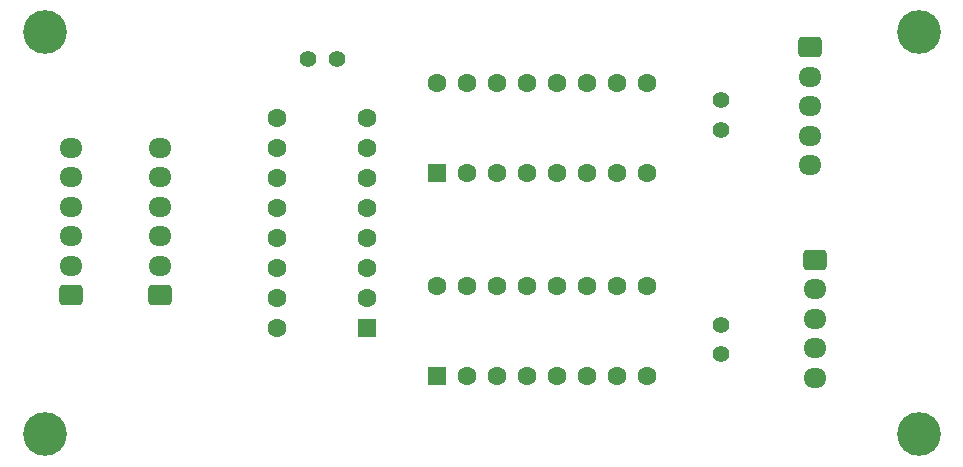
<source format=gbr>
%TF.GenerationSoftware,KiCad,Pcbnew,9.0.2*%
%TF.CreationDate,2025-06-11T22:07:18-07:00*%
%TF.ProjectId,driver,64726976-6572-42e6-9b69-6361645f7063,rev?*%
%TF.SameCoordinates,Original*%
%TF.FileFunction,Soldermask,Top*%
%TF.FilePolarity,Negative*%
%FSLAX46Y46*%
G04 Gerber Fmt 4.6, Leading zero omitted, Abs format (unit mm)*
G04 Created by KiCad (PCBNEW 9.0.2) date 2025-06-11 22:07:18*
%MOMM*%
%LPD*%
G01*
G04 APERTURE LIST*
G04 Aperture macros list*
%AMRoundRect*
0 Rectangle with rounded corners*
0 $1 Rounding radius*
0 $2 $3 $4 $5 $6 $7 $8 $9 X,Y pos of 4 corners*
0 Add a 4 corners polygon primitive as box body*
4,1,4,$2,$3,$4,$5,$6,$7,$8,$9,$2,$3,0*
0 Add four circle primitives for the rounded corners*
1,1,$1+$1,$2,$3*
1,1,$1+$1,$4,$5*
1,1,$1+$1,$6,$7*
1,1,$1+$1,$8,$9*
0 Add four rect primitives between the rounded corners*
20,1,$1+$1,$2,$3,$4,$5,0*
20,1,$1+$1,$4,$5,$6,$7,0*
20,1,$1+$1,$6,$7,$8,$9,0*
20,1,$1+$1,$8,$9,$2,$3,0*%
G04 Aperture macros list end*
%ADD10RoundRect,0.250000X0.550000X-0.550000X0.550000X0.550000X-0.550000X0.550000X-0.550000X-0.550000X0*%
%ADD11C,1.600000*%
%ADD12O,1.950000X1.700000*%
%ADD13RoundRect,0.250000X-0.725000X0.600000X-0.725000X-0.600000X0.725000X-0.600000X0.725000X0.600000X0*%
%ADD14C,3.700000*%
%ADD15RoundRect,0.250000X0.550000X0.550000X-0.550000X0.550000X-0.550000X-0.550000X0.550000X-0.550000X0*%
%ADD16RoundRect,0.250000X0.725000X-0.600000X0.725000X0.600000X-0.725000X0.600000X-0.725000X-0.600000X0*%
%ADD17C,1.400000*%
G04 APERTURE END LIST*
D10*
%TO.C,U2*%
X135920000Y-131810000D03*
D11*
X138460000Y-131810000D03*
X141000000Y-131810000D03*
X143540000Y-131810000D03*
X146080000Y-131810000D03*
X148620000Y-131810000D03*
X151160000Y-131810000D03*
X153700000Y-131810000D03*
X153700000Y-124190000D03*
X151160000Y-124190000D03*
X148620000Y-124190000D03*
X146080000Y-124190000D03*
X143540000Y-124190000D03*
X141000000Y-124190000D03*
X138460000Y-124190000D03*
X135920000Y-124190000D03*
%TD*%
D10*
%TO.C,U1*%
X135920000Y-114620000D03*
D11*
X138460000Y-114620000D03*
X141000000Y-114620000D03*
X143540000Y-114620000D03*
X146080000Y-114620000D03*
X148620000Y-114620000D03*
X151160000Y-114620000D03*
X153700000Y-114620000D03*
X153700000Y-107000000D03*
X151160000Y-107000000D03*
X148620000Y-107000000D03*
X146080000Y-107000000D03*
X143540000Y-107000000D03*
X141000000Y-107000000D03*
X138460000Y-107000000D03*
X135920000Y-107000000D03*
%TD*%
D12*
%TO.C,MOTOR1*%
X168000000Y-132000000D03*
X168000000Y-129500000D03*
X168000000Y-127000000D03*
X168000000Y-124500000D03*
D13*
X168000000Y-122000000D03*
%TD*%
D14*
%TO.C,H1*%
X102750000Y-102750000D03*
%TD*%
D15*
%TO.C,U3*%
X130000000Y-127740000D03*
D11*
X130000000Y-125200000D03*
X130000000Y-122660000D03*
X130000000Y-120120000D03*
X130000000Y-117580000D03*
X130000000Y-115040000D03*
X130000000Y-112500000D03*
X130000000Y-109960000D03*
X122380000Y-109960000D03*
X122380000Y-112500000D03*
X122380000Y-115040000D03*
X122380000Y-117580000D03*
X122380000Y-120120000D03*
X122380000Y-122660000D03*
X122380000Y-125200000D03*
X122380000Y-127740000D03*
%TD*%
D14*
%TO.C,H4*%
X176750000Y-136750000D03*
%TD*%
%TO.C,H3*%
X102750000Y-136750000D03*
%TD*%
D16*
%TO.C,OUT1*%
X105000000Y-125000000D03*
D12*
X105000000Y-122500000D03*
X105000000Y-120000000D03*
X105000000Y-117500000D03*
X105000000Y-115000000D03*
X105000000Y-112500000D03*
%TD*%
D17*
%TO.C,C2*%
X160000000Y-111000000D03*
X160000000Y-108500000D03*
%TD*%
D12*
%TO.C,IN1*%
X112500000Y-112500000D03*
X112500000Y-115000000D03*
X112500000Y-117500000D03*
X112500000Y-120000000D03*
X112500000Y-122500000D03*
D16*
X112500000Y-125000000D03*
%TD*%
D17*
%TO.C,C3*%
X160000000Y-130000000D03*
X160000000Y-127500000D03*
%TD*%
D12*
%TO.C,MOTOR2*%
X167500000Y-114000000D03*
X167500000Y-111500000D03*
X167500000Y-109000000D03*
X167500000Y-106500000D03*
D13*
X167500000Y-104000000D03*
%TD*%
D14*
%TO.C,H2*%
X176750000Y-102750000D03*
%TD*%
D17*
%TO.C,C1*%
X125000000Y-105000000D03*
X127500000Y-105000000D03*
%TD*%
M02*

</source>
